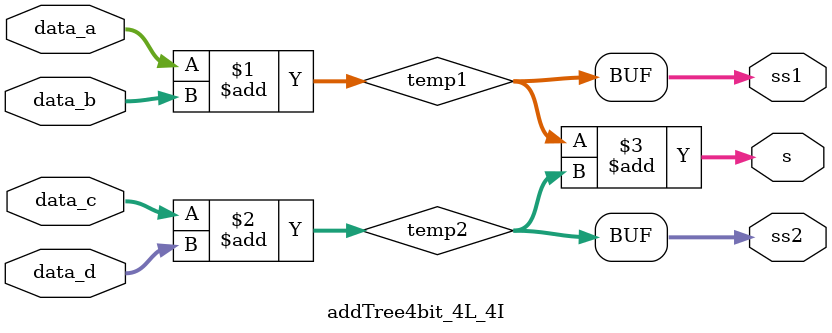
<source format=v>
`timescale 1ns / 1ps
module addTree4bit_4L_4I(
    input [3:0] data_a,
    input [3:0] data_b,
    input [3:0] data_c,
    input [3:0] data_d,

    output [3:0] ss1,
    output [3:0] ss2, 
    output [3:0] s 
    );

	wire [3:0] temp1;
	wire [3:0] temp2;

	assign temp1  = data_a + data_b;
	assign temp2  = data_c + data_d;
	assign s = temp1 + temp2;
	assign ss1 = temp1;
	assign ss2 = temp2;
	


endmodule

</source>
